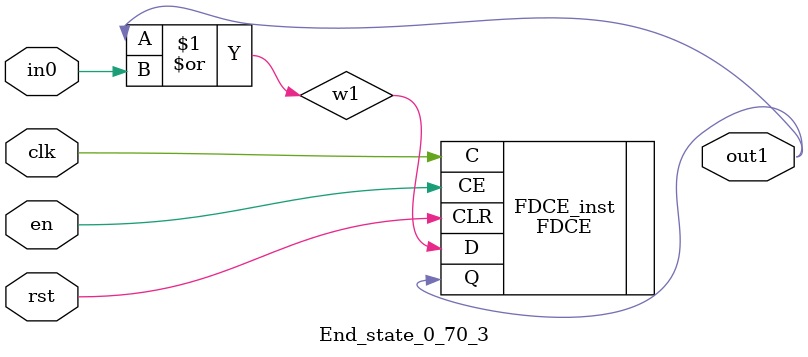
<source format=v>
module engine_0_70(out,clk,sod,en, in_26, in_56);
//pcre: /2x/.*php/Ui
//block char: x[0], 2[0], 

	input clk,sod,en;

	input in_26, in_56;
	output out;

	assign w0 = 1'b1;
	state_0_70_1 BlockState_0_70_1 (w1,in_56,clk,en,sod,w0);
	state_0_70_2 BlockState_0_70_2 (w2,in_26,clk,en,sod,w1);
	End_state_0_70_3 BlockState_0_70_3 (out,clk,en,sod,w2);
endmodule

module state_0_70_1(out1,in_char,clk,en,rst,in0);
	input in_char,clk,en,rst,in0;
	output out1;
	wire w1,w2;
	assign w1 = in0; 
	and(w2,in_char,w1);
	FDCE #(.INIT(1'b0)) FDCE_inst (
		.Q(out1),
		.C(clk),
		.CE(en),
		.CLR(rst),
		.D(w2)
);
endmodule

module state_0_70_2(out1,in_char,clk,en,rst,in0);
	input in_char,clk,en,rst,in0;
	output out1;
	wire w1,w2;
	assign w1 = in0; 
	and(w2,in_char,w1);
	FDCE #(.INIT(1'b0)) FDCE_inst (
		.Q(out1),
		.C(clk),
		.CE(en),
		.CLR(rst),
		.D(w2)
);
endmodule

module End_state_0_70_3(out1,clk,en,rst,in0);
	input clk,rst,en,in0;
	output out1;
	wire w1;
	or(w1,out1,in0);
	FDCE #(.INIT(1'b0)) FDCE_inst (
		.Q(out1),
		.C(clk),
		.CE(en),
		.CLR(rst),
		.D(w1)
);
endmodule


</source>
